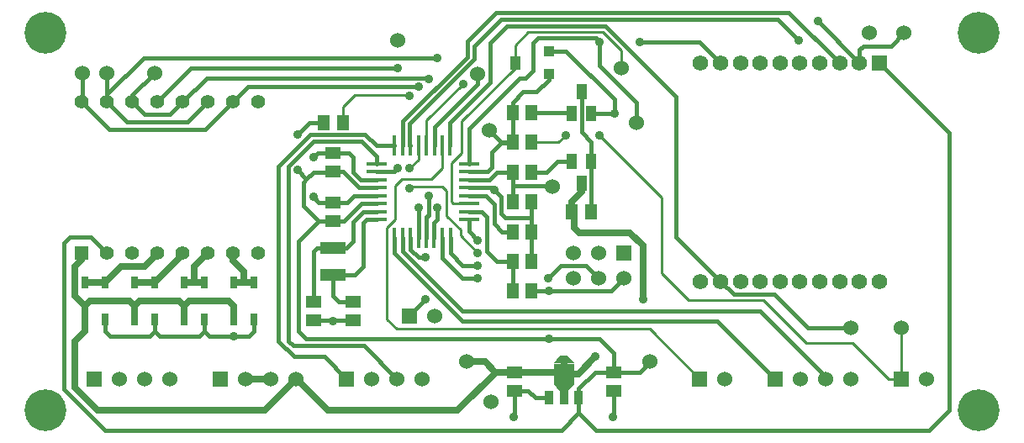
<source format=gtl>
G04 (created by PCBNEW-RS274X (2012-01-19 BZR 3256)-stable) date Sat 12 Jan 2013 18:11:29 GMT*
G01*
G70*
G90*
%MOIN*%
G04 Gerber Fmt 3.4, Leading zero omitted, Abs format*
%FSLAX34Y34*%
G04 APERTURE LIST*
%ADD10C,0.006000*%
%ADD11C,0.062000*%
%ADD12R,0.062000X0.062000*%
%ADD13R,0.078700X0.017700*%
%ADD14R,0.017700X0.078700*%
%ADD15R,0.035400X0.055100*%
%ADD16R,0.078700X0.082700*%
%ADD17R,0.039400X0.059100*%
%ADD18R,0.027600X0.047200*%
%ADD19R,0.059100X0.051200*%
%ADD20R,0.051200X0.059100*%
%ADD21R,0.098400X0.047200*%
%ADD22R,0.060000X0.060000*%
%ADD23C,0.060000*%
%ADD24C,0.165400*%
%ADD25R,0.055000X0.055000*%
%ADD26C,0.055000*%
%ADD27R,0.039400X0.043300*%
%ADD28R,0.039400X0.055100*%
%ADD29C,0.035000*%
%ADD30C,0.017500*%
%ADD31C,0.025000*%
%ADD32C,0.015000*%
%ADD33C,0.010000*%
G04 APERTURE END LIST*
G54D10*
G54D11*
X72834Y-33465D03*
X72047Y-33465D03*
X71260Y-33465D03*
X70472Y-33465D03*
X69685Y-33465D03*
X68897Y-33465D03*
X68110Y-33465D03*
X67323Y-33465D03*
X66535Y-33465D03*
X66535Y-42126D03*
X67323Y-42126D03*
X68110Y-42126D03*
X68897Y-42126D03*
X69685Y-42126D03*
X70472Y-42126D03*
X71260Y-42126D03*
X72047Y-42126D03*
X72834Y-42126D03*
X73622Y-42126D03*
G54D12*
X73622Y-33465D03*
G54D13*
X53681Y-39676D03*
X53681Y-39361D03*
X53681Y-39046D03*
X53681Y-38731D03*
X53681Y-38416D03*
X53681Y-38101D03*
X53681Y-37786D03*
X53681Y-37471D03*
X57343Y-37473D03*
X57343Y-39683D03*
X57343Y-39363D03*
X57343Y-39043D03*
X57343Y-38733D03*
X57343Y-38413D03*
X57343Y-38103D03*
X57343Y-37783D03*
G54D14*
X54400Y-36752D03*
X54714Y-36752D03*
X55030Y-36752D03*
X55344Y-36752D03*
X55660Y-36752D03*
X55974Y-36752D03*
X56290Y-36752D03*
X56604Y-36752D03*
X54402Y-40414D03*
X54712Y-40414D03*
X55032Y-40414D03*
X55342Y-40414D03*
X55652Y-40414D03*
X55972Y-40414D03*
X56292Y-40414D03*
X56612Y-40414D03*
G54D15*
X61115Y-46749D03*
X60524Y-46749D03*
X61706Y-46749D03*
G54D10*
G36*
X60960Y-46512D02*
X60720Y-46198D01*
X61510Y-46198D01*
X61270Y-46512D01*
X60960Y-46512D01*
X60960Y-46512D01*
G37*
G54D16*
X61115Y-45788D03*
G54D10*
G36*
X60720Y-45378D02*
X60960Y-45064D01*
X61270Y-45064D01*
X61510Y-45378D01*
X60720Y-45378D01*
X60720Y-45378D01*
G37*
G54D17*
X61811Y-34606D03*
X61437Y-35472D03*
X62185Y-35472D03*
X61811Y-38228D03*
X62185Y-37362D03*
X61437Y-37362D03*
G54D18*
X44882Y-43641D03*
X44882Y-42185D03*
X48819Y-43641D03*
X48819Y-42185D03*
X48031Y-42185D03*
X48031Y-43641D03*
X46850Y-43641D03*
X46850Y-42185D03*
X46063Y-42185D03*
X46063Y-43641D03*
X44094Y-42185D03*
X44094Y-43641D03*
X42913Y-43641D03*
X42913Y-42185D03*
X42126Y-42185D03*
X42126Y-43641D03*
G54D19*
X59147Y-45724D03*
X59147Y-46474D03*
G54D20*
X59824Y-36614D03*
X59074Y-36614D03*
X51594Y-35827D03*
X52344Y-35827D03*
X59074Y-35433D03*
X59824Y-35433D03*
X62186Y-39370D03*
X61436Y-39370D03*
X59074Y-37795D03*
X59824Y-37795D03*
X59824Y-38976D03*
X59074Y-38976D03*
X59824Y-42520D03*
X59074Y-42520D03*
G54D19*
X63084Y-45724D03*
X63084Y-46474D03*
G54D20*
X59074Y-40157D03*
X59824Y-40157D03*
G54D19*
X51181Y-43682D03*
X51181Y-42932D03*
X51969Y-39745D03*
X51969Y-38995D03*
X52756Y-43682D03*
X52756Y-42932D03*
X51969Y-37777D03*
X51969Y-37027D03*
G54D20*
X59074Y-41339D03*
X59824Y-41339D03*
G54D21*
X51969Y-41870D03*
X51969Y-40808D03*
G54D22*
X52500Y-46000D03*
G54D23*
X53500Y-46000D03*
X54500Y-46000D03*
X55500Y-46000D03*
G54D22*
X69500Y-46000D03*
G54D23*
X70500Y-46000D03*
X71500Y-46000D03*
X72500Y-46000D03*
G54D22*
X42500Y-46000D03*
G54D23*
X43500Y-46000D03*
X44500Y-46000D03*
X45500Y-46000D03*
G54D22*
X47500Y-46000D03*
G54D23*
X48500Y-46000D03*
X49500Y-46000D03*
X50500Y-46000D03*
G54D22*
X74500Y-46000D03*
G54D23*
X75500Y-46000D03*
G54D22*
X63500Y-41000D03*
G54D23*
X63500Y-42000D03*
X62500Y-41000D03*
X62500Y-42000D03*
X61500Y-41000D03*
X61500Y-42000D03*
G54D22*
X55000Y-43500D03*
G54D23*
X56000Y-43500D03*
G54D24*
X77559Y-47244D03*
X40551Y-47244D03*
X77559Y-32283D03*
X40551Y-32283D03*
G54D22*
X66500Y-46000D03*
G54D23*
X67500Y-46000D03*
G54D25*
X42000Y-41000D03*
G54D26*
X43000Y-41000D03*
X44000Y-41000D03*
X45000Y-41000D03*
X46000Y-41000D03*
X47000Y-41000D03*
X48000Y-41000D03*
X49000Y-41000D03*
X49000Y-35000D03*
X48000Y-35000D03*
X47000Y-35000D03*
X46000Y-35000D03*
X45000Y-35000D03*
X44000Y-35000D03*
X43000Y-35000D03*
X42000Y-35000D03*
G54D27*
X60512Y-33012D03*
G54D28*
X59174Y-33465D03*
G54D27*
X60512Y-33918D03*
G54D23*
X57677Y-33898D03*
X57244Y-45315D03*
X64528Y-45315D03*
X58228Y-46890D03*
X58150Y-36142D03*
X74488Y-43976D03*
X63386Y-33661D03*
X54528Y-32559D03*
X44882Y-33858D03*
X42008Y-33858D03*
X42992Y-33858D03*
X60669Y-38386D03*
X74606Y-32283D03*
X73228Y-32283D03*
X63976Y-35827D03*
X72480Y-43976D03*
G54D29*
X60512Y-44409D03*
X60512Y-42520D03*
X50551Y-37717D03*
X50551Y-36299D03*
X64252Y-42835D03*
X62362Y-45118D03*
X55630Y-41181D03*
X55630Y-42835D03*
X70433Y-32559D03*
X71181Y-31811D03*
X56102Y-39213D03*
X56102Y-33268D03*
X63110Y-35472D03*
X51181Y-38780D03*
X51181Y-37205D03*
X59134Y-47520D03*
X63071Y-47520D03*
X58346Y-38504D03*
X51969Y-43701D03*
X48031Y-44291D03*
X57700Y-41500D03*
X57700Y-42000D03*
X60500Y-42000D03*
X54528Y-37638D03*
X54528Y-33661D03*
X62520Y-36339D03*
X57126Y-34291D03*
X61181Y-36339D03*
X55354Y-39213D03*
X55354Y-34409D03*
X64134Y-32638D03*
X62520Y-32638D03*
X57700Y-41000D03*
X55000Y-38425D03*
X55000Y-37638D03*
X55000Y-34764D03*
X57700Y-40500D03*
X55748Y-34094D03*
X55748Y-38740D03*
G54D30*
X42354Y-40354D02*
X43000Y-41000D01*
X50905Y-38071D02*
X50906Y-38071D01*
X63084Y-45724D02*
X63084Y-44974D01*
X63084Y-44974D02*
X62519Y-44409D01*
X62519Y-44409D02*
X60512Y-44409D01*
X51594Y-35827D02*
X51023Y-35827D01*
X50591Y-40551D02*
X51397Y-39745D01*
X60512Y-44409D02*
X50906Y-44409D01*
X50906Y-44409D02*
X50591Y-44094D01*
X50591Y-44094D02*
X50591Y-40551D01*
X50906Y-38071D02*
X50906Y-38070D01*
X52344Y-37777D02*
X51969Y-37777D01*
X63084Y-45724D02*
X64119Y-45724D01*
X50906Y-38070D02*
X51181Y-37795D01*
X41299Y-40591D02*
X41536Y-40354D01*
X41299Y-46416D02*
X41299Y-40591D01*
X61024Y-48031D02*
X42914Y-48031D01*
X61706Y-47349D02*
X61024Y-48031D01*
X51969Y-39745D02*
X51397Y-39745D01*
X51397Y-39745D02*
X50787Y-39135D01*
X51951Y-37795D02*
X51969Y-37777D01*
X51181Y-37795D02*
X51951Y-37795D01*
X59824Y-42520D02*
X60512Y-42520D01*
X75591Y-48031D02*
X76378Y-47244D01*
X64119Y-45724D02*
X64528Y-45315D01*
X62388Y-48031D02*
X75591Y-48031D01*
X53681Y-38416D02*
X52983Y-38416D01*
X41536Y-40354D02*
X42354Y-40354D01*
X52381Y-39745D02*
X51969Y-39745D01*
X53080Y-39046D02*
X52381Y-39745D01*
X53681Y-39046D02*
X53080Y-39046D01*
X62346Y-45724D02*
X63084Y-45724D01*
X61706Y-46749D02*
X61706Y-47349D01*
X42914Y-48031D02*
X41299Y-46416D01*
X61706Y-47349D02*
X62388Y-48031D01*
X76378Y-36221D02*
X73622Y-33465D01*
X52983Y-38416D02*
X52344Y-37777D01*
X50551Y-37717D02*
X50905Y-38071D01*
X63500Y-42000D02*
X63500Y-42012D01*
X62992Y-42520D02*
X59824Y-42520D01*
X63500Y-42012D02*
X62992Y-42520D01*
X50787Y-39135D02*
X50787Y-38189D01*
X51023Y-35827D02*
X50551Y-36299D01*
X61706Y-46749D02*
X61706Y-46364D01*
X61706Y-46364D02*
X62346Y-45724D01*
X50787Y-38189D02*
X50906Y-38070D01*
X76378Y-47244D02*
X76378Y-36221D01*
G54D31*
X42126Y-43641D02*
X42126Y-43110D01*
X64252Y-42835D02*
X64252Y-40709D01*
X41732Y-46339D02*
X42637Y-47244D01*
X61115Y-45221D02*
X61115Y-45788D01*
X64252Y-40709D02*
X63740Y-40197D01*
X61115Y-45788D02*
X61115Y-46355D01*
X48031Y-43110D02*
X47834Y-42913D01*
X61535Y-40000D02*
X61535Y-39469D01*
X61115Y-45788D02*
X61692Y-45788D01*
X56890Y-47244D02*
X58410Y-45724D01*
X42637Y-47244D02*
X49256Y-47244D01*
X61535Y-39469D02*
X61436Y-39370D01*
X61732Y-40197D02*
X61535Y-40000D01*
X49256Y-47244D02*
X50500Y-46000D01*
X51772Y-47244D02*
X56890Y-47244D01*
X58410Y-45724D02*
X59147Y-45724D01*
X61692Y-45788D02*
X62362Y-45118D01*
X61115Y-46355D02*
X61115Y-46749D01*
X43897Y-42913D02*
X42323Y-42913D01*
X42126Y-43641D02*
X42126Y-44094D01*
X63740Y-40197D02*
X61732Y-40197D01*
X61811Y-38582D02*
X61436Y-38957D01*
X42126Y-44094D02*
X41732Y-44488D01*
X61051Y-45724D02*
X61115Y-45788D01*
X44094Y-43110D02*
X43897Y-42913D01*
X42323Y-42913D02*
X42126Y-43110D01*
X46063Y-43641D02*
X46063Y-43110D01*
X44291Y-42913D02*
X44094Y-43110D01*
X59147Y-45724D02*
X58401Y-45724D01*
X58401Y-45724D02*
X57992Y-45315D01*
X57992Y-45315D02*
X57244Y-45315D01*
X44094Y-43641D02*
X44094Y-43110D01*
X50500Y-46000D02*
X50528Y-46000D01*
X61811Y-38228D02*
X61811Y-38582D01*
X41733Y-42717D02*
X41733Y-41536D01*
X46063Y-43110D02*
X45866Y-42913D01*
X50528Y-46000D02*
X51772Y-47244D01*
X46260Y-42913D02*
X46063Y-43110D01*
X41733Y-41536D02*
X42000Y-41269D01*
X45866Y-42913D02*
X44291Y-42913D01*
X42000Y-41269D02*
X42000Y-41000D01*
X48031Y-43641D02*
X48031Y-43110D01*
X42126Y-43110D02*
X41733Y-42717D01*
X59147Y-45724D02*
X61051Y-45724D01*
X41732Y-44488D02*
X41732Y-46339D01*
X47834Y-42913D02*
X46260Y-42913D01*
X61436Y-38957D02*
X61436Y-39370D01*
X42913Y-42185D02*
X42126Y-42185D01*
X43563Y-41535D02*
X42913Y-42185D01*
X45000Y-41023D02*
X44488Y-41535D01*
X45000Y-41000D02*
X45000Y-41023D01*
X44488Y-41535D02*
X43563Y-41535D01*
X46000Y-41000D02*
X46000Y-41067D01*
X46000Y-41067D02*
X44882Y-42185D01*
X44882Y-42185D02*
X44094Y-42185D01*
X48425Y-41732D02*
X48425Y-42185D01*
X48819Y-42185D02*
X48425Y-42185D01*
X48000Y-41000D02*
X48000Y-41307D01*
X48000Y-41307D02*
X48425Y-41732D01*
X48425Y-42185D02*
X48031Y-42185D01*
X46850Y-42185D02*
X46457Y-42185D01*
X46457Y-42185D02*
X46063Y-42185D01*
X46992Y-41000D02*
X46457Y-41535D01*
X46457Y-41535D02*
X46457Y-42185D01*
X47000Y-41000D02*
X46992Y-41000D01*
G54D32*
X55032Y-40859D02*
X55354Y-41181D01*
X55630Y-42835D02*
X55000Y-43465D01*
X55032Y-40414D02*
X55032Y-40859D01*
X55354Y-41181D02*
X55630Y-41181D01*
X55000Y-43465D02*
X55000Y-43500D01*
X70038Y-31456D02*
X72047Y-33465D01*
X57283Y-33225D02*
X57283Y-32599D01*
X54723Y-35785D02*
X54723Y-36743D01*
X54723Y-36743D02*
X54714Y-36752D01*
X57283Y-32599D02*
X58426Y-31456D01*
X58426Y-31456D02*
X70038Y-31456D01*
X54723Y-35785D02*
X57283Y-33225D01*
X55001Y-35866D02*
X55001Y-36723D01*
X55001Y-36723D02*
X55030Y-36752D01*
X57559Y-32812D02*
X58638Y-31733D01*
X72990Y-32795D02*
X74095Y-32795D01*
X74095Y-32795D02*
X74606Y-32284D01*
X72834Y-33465D02*
X72834Y-33464D01*
X70433Y-32559D02*
X69607Y-31733D01*
X74606Y-32284D02*
X74606Y-32283D01*
X72834Y-32951D02*
X72990Y-32795D01*
X55001Y-35866D02*
X57559Y-33308D01*
X57559Y-33308D02*
X57559Y-32812D01*
X72834Y-33465D02*
X72834Y-32951D01*
X69607Y-31733D02*
X58638Y-31733D01*
X72834Y-33464D02*
X71181Y-31811D01*
X43800Y-35800D02*
X43000Y-35000D01*
X55972Y-39816D02*
X56102Y-39686D01*
X55972Y-40414D02*
X55972Y-39816D01*
X44449Y-33268D02*
X43000Y-34717D01*
X43000Y-34717D02*
X43000Y-35000D01*
X56102Y-33268D02*
X44449Y-33268D01*
X46200Y-35800D02*
X43800Y-35800D01*
X42992Y-34992D02*
X43000Y-35000D01*
X42992Y-33858D02*
X42992Y-34992D01*
X56102Y-39686D02*
X56102Y-39213D01*
X47000Y-35000D02*
X46200Y-35800D01*
G54D33*
X54409Y-38347D02*
X54409Y-39685D01*
X54489Y-44016D02*
X64516Y-44016D01*
X64516Y-44016D02*
X66500Y-46000D01*
X54409Y-39685D02*
X54094Y-40000D01*
X54094Y-40000D02*
X54094Y-43621D01*
X54685Y-38071D02*
X54409Y-38347D01*
X55866Y-38071D02*
X54685Y-38071D01*
X56290Y-36752D02*
X56290Y-37647D01*
X56290Y-37647D02*
X55866Y-38071D01*
X54094Y-43621D02*
X54489Y-44016D01*
G54D30*
X59703Y-46474D02*
X59978Y-46749D01*
X51969Y-43682D02*
X52756Y-43682D01*
X63084Y-47507D02*
X63071Y-47520D01*
X43110Y-44291D02*
X44685Y-44291D01*
X63110Y-34919D02*
X61203Y-33012D01*
X58622Y-38779D02*
X58346Y-38503D01*
X58256Y-38413D02*
X57343Y-38413D01*
X58622Y-39449D02*
X58622Y-38779D01*
X59824Y-40157D02*
X59824Y-41339D01*
X52756Y-37205D02*
X52578Y-37027D01*
X63084Y-46474D02*
X63084Y-47507D01*
X63110Y-35472D02*
X63110Y-34919D01*
X46850Y-44095D02*
X47046Y-44291D01*
X46850Y-43641D02*
X46850Y-44095D01*
X59147Y-47507D02*
X59134Y-47520D01*
X58346Y-38504D02*
X58346Y-38503D01*
X59824Y-39606D02*
X58779Y-39606D01*
X52578Y-37027D02*
X51969Y-37027D01*
X53681Y-38101D02*
X53062Y-38101D01*
X53062Y-38101D02*
X52756Y-37795D01*
X59147Y-46474D02*
X59703Y-46474D01*
X51969Y-43682D02*
X51969Y-43701D01*
X53681Y-38731D02*
X52804Y-38731D01*
X59824Y-38976D02*
X59824Y-39606D01*
X46654Y-44291D02*
X46850Y-44095D01*
X44685Y-44291D02*
X44882Y-44094D01*
X48819Y-44094D02*
X48819Y-43641D01*
X45079Y-44291D02*
X46654Y-44291D01*
X42913Y-44094D02*
X43110Y-44291D01*
X59147Y-46474D02*
X59147Y-47507D01*
X61203Y-33012D02*
X60512Y-33012D01*
X51359Y-37027D02*
X51969Y-37027D01*
X44882Y-43641D02*
X44882Y-44094D01*
X58779Y-39606D02*
X58622Y-39449D01*
X51359Y-37027D02*
X51181Y-37205D01*
X51396Y-38995D02*
X51969Y-38995D01*
X62185Y-35472D02*
X63110Y-35472D01*
X48622Y-44291D02*
X48819Y-44094D01*
X44882Y-44094D02*
X45079Y-44291D01*
X58346Y-38503D02*
X58256Y-38413D01*
X51396Y-38995D02*
X51181Y-38780D01*
X52756Y-37795D02*
X52756Y-37205D01*
X48031Y-44291D02*
X48622Y-44291D01*
X52804Y-38731D02*
X52540Y-38995D01*
X59824Y-39606D02*
X59824Y-40157D01*
X51181Y-43682D02*
X51969Y-43682D01*
X59978Y-46749D02*
X60524Y-46749D01*
X52540Y-38995D02*
X51969Y-38995D01*
X47046Y-44291D02*
X48031Y-44291D01*
X42913Y-43641D02*
X42913Y-44094D01*
G54D32*
X56612Y-41012D02*
X56612Y-40414D01*
X57700Y-41500D02*
X57100Y-41500D01*
X57100Y-41500D02*
X56612Y-41012D01*
X56300Y-41200D02*
X56300Y-40422D01*
X62000Y-41500D02*
X61000Y-41500D01*
X57100Y-42000D02*
X56300Y-41200D01*
X61000Y-41500D02*
X60500Y-42000D01*
X62500Y-42000D02*
X62000Y-41500D01*
X57700Y-42000D02*
X57100Y-42000D01*
X56300Y-40422D02*
X56292Y-40414D01*
X46339Y-33661D02*
X54528Y-33661D01*
X54380Y-37786D02*
X54528Y-37638D01*
X46339Y-33661D02*
X45000Y-35000D01*
X53681Y-37786D02*
X54380Y-37786D01*
X51181Y-36575D02*
X50197Y-37559D01*
X53681Y-37181D02*
X53075Y-36575D01*
X50197Y-44488D02*
X50394Y-44685D01*
X50394Y-44685D02*
X53185Y-44685D01*
X50197Y-37559D02*
X50197Y-44488D01*
X53185Y-44685D02*
X54500Y-46000D01*
X53075Y-36575D02*
X51181Y-36575D01*
X53681Y-37471D02*
X53681Y-37181D01*
X61398Y-35433D02*
X61437Y-35472D01*
X59824Y-35433D02*
X61398Y-35433D01*
X52756Y-39764D02*
X52756Y-40551D01*
X51181Y-40945D02*
X51181Y-42932D01*
X53159Y-39361D02*
X52756Y-39764D01*
X52756Y-40551D02*
X52499Y-40808D01*
X51318Y-40808D02*
X51181Y-40945D01*
X51969Y-40808D02*
X51318Y-40808D01*
X52499Y-40808D02*
X51969Y-40808D01*
X53681Y-39361D02*
X53159Y-39361D01*
X51969Y-42717D02*
X52184Y-42932D01*
X53150Y-39819D02*
X53150Y-41535D01*
X53150Y-41535D02*
X52815Y-41870D01*
X53681Y-39676D02*
X53293Y-39676D01*
X52184Y-42932D02*
X52756Y-42932D01*
X51969Y-41870D02*
X51969Y-42717D01*
X53293Y-39676D02*
X53150Y-39819D01*
X52815Y-41870D02*
X51969Y-41870D01*
X58346Y-39842D02*
X58346Y-39055D01*
X58024Y-38733D02*
X57343Y-38733D01*
X58346Y-39055D02*
X58024Y-38733D01*
X59074Y-40157D02*
X58661Y-40157D01*
X58661Y-40157D02*
X58346Y-39842D01*
X60866Y-37362D02*
X60433Y-37795D01*
X60433Y-37795D02*
X59824Y-37795D01*
X61437Y-37362D02*
X60866Y-37362D01*
G54D33*
X56659Y-38982D02*
X56720Y-39043D01*
X62670Y-32244D02*
X63386Y-32960D01*
X59686Y-32244D02*
X62670Y-32244D01*
X59174Y-32756D02*
X59686Y-32244D01*
X59174Y-33465D02*
X59174Y-33660D01*
X57047Y-37047D02*
X56659Y-37435D01*
X57047Y-35787D02*
X57047Y-37047D01*
X59174Y-33465D02*
X59174Y-32756D01*
X56720Y-39043D02*
X57343Y-39043D01*
X56659Y-37435D02*
X56659Y-38982D01*
X59174Y-33660D02*
X57047Y-35787D01*
X63386Y-32960D02*
X63386Y-33661D01*
G54D32*
X53681Y-36752D02*
X54400Y-36752D01*
X49803Y-44488D02*
X49803Y-37559D01*
X52497Y-46000D02*
X51615Y-45118D01*
X51615Y-45118D02*
X50433Y-45118D01*
X51063Y-36299D02*
X53228Y-36299D01*
X52500Y-46000D02*
X52497Y-46000D01*
X53228Y-36299D02*
X53681Y-36752D01*
X49803Y-37559D02*
X51063Y-36299D01*
X50433Y-45118D02*
X49803Y-44488D01*
X59074Y-38346D02*
X60629Y-38346D01*
X59074Y-37795D02*
X59074Y-38346D01*
X58157Y-38103D02*
X58465Y-37795D01*
X57343Y-38103D02*
X58157Y-38103D01*
X60629Y-38346D02*
X60669Y-38386D01*
X59074Y-38346D02*
X59074Y-38976D01*
X58465Y-37795D02*
X59074Y-37795D01*
X54712Y-40933D02*
X54712Y-40414D01*
X57086Y-43307D02*
X54712Y-40933D01*
X71500Y-45909D02*
X68898Y-43307D01*
X68898Y-43307D02*
X57086Y-43307D01*
X71500Y-46000D02*
X71500Y-45909D01*
X54402Y-41017D02*
X57086Y-43701D01*
X54402Y-40414D02*
X54402Y-41017D01*
X67201Y-43701D02*
X69500Y-46000D01*
X57086Y-43701D02*
X67201Y-43701D01*
G54D31*
X48500Y-46000D02*
X49500Y-46000D01*
G54D33*
X66063Y-42874D02*
X65000Y-41811D01*
X61181Y-36339D02*
X60906Y-36614D01*
X55669Y-35748D02*
X55660Y-36752D01*
X65000Y-38819D02*
X62520Y-36339D01*
X60906Y-36614D02*
X59824Y-36614D01*
X70709Y-44567D02*
X69016Y-42874D01*
X73992Y-46000D02*
X72559Y-44567D01*
X74500Y-46000D02*
X73992Y-46000D01*
X72559Y-44567D02*
X70709Y-44567D01*
X74488Y-43976D02*
X74488Y-45988D01*
X74488Y-45988D02*
X74500Y-46000D01*
X65000Y-41811D02*
X65000Y-38819D01*
X57126Y-34291D02*
X55669Y-35748D01*
X69016Y-42874D02*
X66063Y-42874D01*
G54D32*
X58150Y-36142D02*
X58642Y-36634D01*
X59074Y-35433D02*
X59074Y-36614D01*
X58083Y-37783D02*
X57343Y-37783D01*
X58268Y-37008D02*
X58268Y-37598D01*
X59489Y-34606D02*
X59074Y-35021D01*
X60040Y-34606D02*
X59489Y-34606D01*
X58642Y-36634D02*
X59054Y-36634D01*
X59054Y-36634D02*
X59074Y-36614D01*
X60512Y-34134D02*
X60040Y-34606D01*
X59074Y-35021D02*
X59074Y-35433D01*
X58662Y-36614D02*
X58268Y-37008D01*
X60512Y-33918D02*
X60512Y-34134D01*
X58268Y-37598D02*
X58083Y-37783D01*
X59074Y-36614D02*
X58662Y-36614D01*
X62185Y-37362D02*
X62185Y-36594D01*
X62185Y-36594D02*
X61811Y-36220D01*
X62185Y-38994D02*
X62185Y-37362D01*
X62186Y-39370D02*
X62186Y-38995D01*
X62186Y-38995D02*
X62185Y-38994D01*
X61811Y-36220D02*
X61811Y-34606D01*
X57867Y-39363D02*
X57343Y-39363D01*
X58071Y-40945D02*
X58071Y-39567D01*
X58465Y-41339D02*
X58071Y-40945D01*
X58071Y-39567D02*
X57867Y-39363D01*
X59074Y-42520D02*
X59074Y-41339D01*
X59074Y-41339D02*
X58465Y-41339D01*
X43100Y-36100D02*
X42000Y-35000D01*
X55354Y-39213D02*
X55354Y-40402D01*
X46900Y-36100D02*
X43100Y-36100D01*
X42008Y-34992D02*
X42000Y-35000D01*
X55354Y-34409D02*
X48591Y-34409D01*
X48000Y-35000D02*
X48591Y-34409D01*
X48000Y-35000D02*
X46900Y-36100D01*
X55354Y-40402D02*
X55342Y-40414D01*
X42008Y-33858D02*
X42008Y-34992D01*
X69458Y-42647D02*
X67844Y-42647D01*
X56604Y-36752D02*
X56604Y-35835D01*
X65551Y-40354D02*
X67323Y-42126D01*
X58857Y-32008D02*
X62756Y-32008D01*
X70787Y-43976D02*
X69458Y-42647D01*
X56604Y-35835D02*
X58190Y-34249D01*
X58190Y-34249D02*
X58190Y-32675D01*
X72480Y-43976D02*
X70787Y-43976D01*
X67844Y-42647D02*
X67323Y-42126D01*
X65551Y-34803D02*
X65551Y-40354D01*
X58190Y-32675D02*
X58857Y-32008D01*
X62756Y-32008D02*
X65551Y-34803D01*
X58543Y-34882D02*
X59370Y-34055D01*
X63976Y-35827D02*
X63976Y-35039D01*
X63976Y-35039D02*
X62520Y-33583D01*
X58543Y-34883D02*
X58543Y-34882D01*
X59370Y-34055D02*
X59606Y-34055D01*
X64134Y-32638D02*
X66496Y-32638D01*
X57343Y-36083D02*
X57343Y-37473D01*
X60079Y-32480D02*
X62382Y-32480D01*
X59882Y-32677D02*
X60079Y-32480D01*
X67323Y-33465D02*
X66496Y-32638D01*
X59882Y-33779D02*
X59882Y-32677D01*
X62520Y-33583D02*
X62520Y-32638D01*
X62382Y-32480D02*
X62520Y-32638D01*
X57343Y-36083D02*
X58543Y-34883D01*
X59606Y-34055D02*
X59882Y-33779D01*
G54D33*
X56299Y-38386D02*
X56457Y-38544D01*
X52344Y-35215D02*
X52344Y-35827D01*
X55000Y-34764D02*
X54960Y-34724D01*
X54960Y-34724D02*
X52835Y-34724D01*
X55344Y-37294D02*
X55000Y-37638D01*
X56457Y-39528D02*
X57008Y-40079D01*
X55039Y-38386D02*
X56299Y-38386D01*
X52835Y-34724D02*
X52344Y-35215D01*
X55344Y-36752D02*
X55344Y-37294D01*
X57008Y-40079D02*
X57008Y-40308D01*
X56457Y-38544D02*
X56457Y-39528D01*
X55000Y-38425D02*
X55039Y-38386D01*
X57008Y-40308D02*
X57700Y-41000D01*
G54D32*
X57700Y-40500D02*
X57343Y-40143D01*
X57343Y-40143D02*
X57343Y-39683D01*
X55974Y-36752D02*
X55974Y-35994D01*
X57677Y-34291D02*
X57677Y-33898D01*
X55974Y-35994D02*
X57677Y-34291D01*
X44000Y-35000D02*
X44000Y-34740D01*
X44000Y-34740D02*
X44882Y-33858D01*
X55748Y-38740D02*
X55748Y-39488D01*
X46000Y-35000D02*
X46945Y-34055D01*
X55748Y-34055D02*
X46945Y-34055D01*
X55748Y-34094D02*
X55748Y-34055D01*
X55652Y-39584D02*
X55652Y-40414D01*
X55748Y-39488D02*
X55652Y-39584D01*
X45500Y-35500D02*
X44500Y-35500D01*
X44500Y-35500D02*
X44000Y-35000D01*
X46000Y-35000D02*
X45500Y-35500D01*
M02*

</source>
